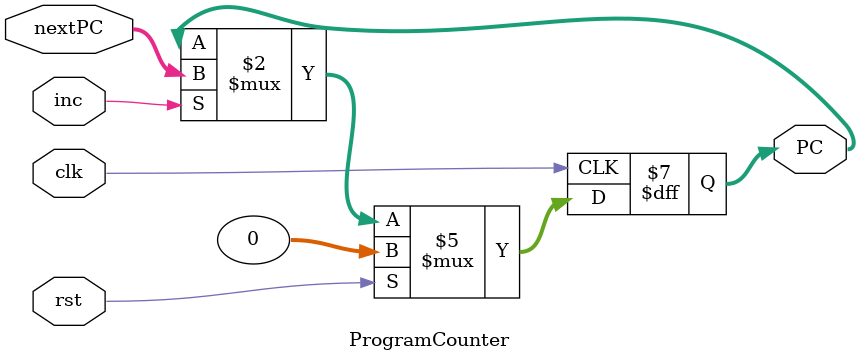
<source format=v>
module ProgramCounter (
  input clk,
  input rst,
  input inc,
  input [31:0] nextPC,
  output reg [31:0] PC
);

always @(posedge clk) begin
  if (rst) begin
    PC <= 32'h0;
  end else if (inc) begin
    PC <= nextPC;
  end
end

endmodule
</source>
